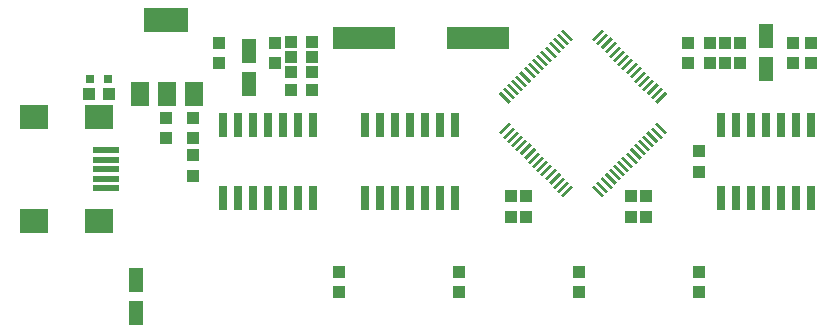
<source format=gtp>
G04 EAGLE Gerber RS-274X export*
G75*
%MOMM*%
%FSLAX34Y34*%
%LPD*%
%INTop Paste*%
%IPPOS*%
%AMOC8*
5,1,8,0,0,1.08239X$1,22.5*%
G01*
%ADD10R,1.080000X1.050000*%
%ADD11R,1.050000X1.080000*%
%ADD12R,2.400000X2.000000*%
%ADD13R,2.308000X0.500000*%
%ADD14R,1.000000X1.100000*%
%ADD15R,0.250000X1.200000*%
%ADD16R,1.200000X0.250000*%
%ADD17R,1.498600X2.006600*%
%ADD18R,3.810000X2.006600*%
%ADD19R,0.660400X2.032000*%
%ADD20R,5.334000X1.930400*%
%ADD21R,1.100000X1.000000*%
%ADD22R,1.200000X2.000000*%
%ADD23R,0.800000X0.800000*%


D10*
X165100Y189725D03*
X165100Y172225D03*
X615950Y235725D03*
X615950Y253225D03*
X603250Y235725D03*
X603250Y253225D03*
X536575Y123050D03*
X536575Y105550D03*
X434975Y123050D03*
X434975Y105550D03*
X447675Y123050D03*
X447675Y105550D03*
X549275Y123050D03*
X549275Y105550D03*
X673100Y235725D03*
X673100Y253225D03*
X142875Y189725D03*
X142875Y172225D03*
D11*
X265925Y228600D03*
X248425Y228600D03*
X265925Y241300D03*
X248425Y241300D03*
X265925Y254000D03*
X248425Y254000D03*
D10*
X628650Y235725D03*
X628650Y253225D03*
X234950Y235725D03*
X234950Y253225D03*
D12*
X85800Y190050D03*
D13*
X91440Y162050D03*
X91440Y154050D03*
X91440Y146050D03*
X91440Y138050D03*
X91440Y130050D03*
D12*
X30800Y190050D03*
X85800Y102050D03*
X30800Y102050D03*
D14*
X688975Y235975D03*
X688975Y252975D03*
X187325Y252975D03*
X187325Y235975D03*
D15*
G36*
X477093Y263147D02*
X478861Y264915D01*
X487345Y256431D01*
X485577Y254663D01*
X477093Y263147D01*
G37*
G36*
X473557Y259612D02*
X475325Y261380D01*
X483809Y252896D01*
X482041Y251128D01*
X473557Y259612D01*
G37*
G36*
X470021Y256076D02*
X471789Y257844D01*
X480273Y249360D01*
X478505Y247592D01*
X470021Y256076D01*
G37*
G36*
X466486Y252541D02*
X468254Y254309D01*
X476738Y245825D01*
X474970Y244057D01*
X466486Y252541D01*
G37*
G36*
X462950Y249005D02*
X464718Y250773D01*
X473202Y242289D01*
X471434Y240521D01*
X462950Y249005D01*
G37*
G36*
X459415Y245470D02*
X461183Y247238D01*
X469667Y238754D01*
X467899Y236986D01*
X459415Y245470D01*
G37*
G36*
X455879Y241934D02*
X457647Y243702D01*
X466131Y235218D01*
X464363Y233450D01*
X455879Y241934D01*
G37*
G36*
X452344Y238399D02*
X454112Y240167D01*
X462596Y231683D01*
X460828Y229915D01*
X452344Y238399D01*
G37*
G36*
X448808Y234863D02*
X450576Y236631D01*
X459060Y228147D01*
X457292Y226379D01*
X448808Y234863D01*
G37*
G36*
X445273Y231328D02*
X447041Y233096D01*
X455525Y224612D01*
X453757Y222844D01*
X445273Y231328D01*
G37*
G36*
X441737Y227792D02*
X443505Y229560D01*
X451989Y221076D01*
X450221Y219308D01*
X441737Y227792D01*
G37*
G36*
X438202Y224257D02*
X439970Y226025D01*
X448454Y217541D01*
X446686Y215773D01*
X438202Y224257D01*
G37*
G36*
X434666Y220721D02*
X436434Y222489D01*
X444918Y214005D01*
X443150Y212237D01*
X434666Y220721D01*
G37*
G36*
X431131Y217186D02*
X432899Y218954D01*
X441383Y210470D01*
X439615Y208702D01*
X431131Y217186D01*
G37*
G36*
X427595Y213650D02*
X429363Y215418D01*
X437847Y206934D01*
X436079Y205166D01*
X427595Y213650D01*
G37*
G36*
X424060Y210114D02*
X425828Y211882D01*
X434312Y203398D01*
X432544Y201630D01*
X424060Y210114D01*
G37*
D16*
G36*
X424060Y177236D02*
X432544Y185720D01*
X434312Y183952D01*
X425828Y175468D01*
X424060Y177236D01*
G37*
G36*
X427595Y173700D02*
X436079Y182184D01*
X437847Y180416D01*
X429363Y171932D01*
X427595Y173700D01*
G37*
G36*
X431131Y170164D02*
X439615Y178648D01*
X441383Y176880D01*
X432899Y168396D01*
X431131Y170164D01*
G37*
G36*
X434666Y166629D02*
X443150Y175113D01*
X444918Y173345D01*
X436434Y164861D01*
X434666Y166629D01*
G37*
G36*
X438202Y163093D02*
X446686Y171577D01*
X448454Y169809D01*
X439970Y161325D01*
X438202Y163093D01*
G37*
G36*
X441737Y159558D02*
X450221Y168042D01*
X451989Y166274D01*
X443505Y157790D01*
X441737Y159558D01*
G37*
G36*
X445273Y156022D02*
X453757Y164506D01*
X455525Y162738D01*
X447041Y154254D01*
X445273Y156022D01*
G37*
G36*
X448808Y152487D02*
X457292Y160971D01*
X459060Y159203D01*
X450576Y150719D01*
X448808Y152487D01*
G37*
G36*
X452344Y148951D02*
X460828Y157435D01*
X462596Y155667D01*
X454112Y147183D01*
X452344Y148951D01*
G37*
G36*
X455879Y145416D02*
X464363Y153900D01*
X466131Y152132D01*
X457647Y143648D01*
X455879Y145416D01*
G37*
G36*
X459415Y141880D02*
X467899Y150364D01*
X469667Y148596D01*
X461183Y140112D01*
X459415Y141880D01*
G37*
G36*
X462950Y138345D02*
X471434Y146829D01*
X473202Y145061D01*
X464718Y136577D01*
X462950Y138345D01*
G37*
G36*
X466486Y134809D02*
X474970Y143293D01*
X476738Y141525D01*
X468254Y133041D01*
X466486Y134809D01*
G37*
G36*
X470021Y131274D02*
X478505Y139758D01*
X480273Y137990D01*
X471789Y129506D01*
X470021Y131274D01*
G37*
G36*
X473557Y127738D02*
X482041Y136222D01*
X483809Y134454D01*
X475325Y125970D01*
X473557Y127738D01*
G37*
G36*
X477093Y124203D02*
X485577Y132687D01*
X487345Y130919D01*
X478861Y122435D01*
X477093Y124203D01*
G37*
D15*
G36*
X503255Y130919D02*
X505023Y132687D01*
X513507Y124203D01*
X511739Y122435D01*
X503255Y130919D01*
G37*
G36*
X506791Y134454D02*
X508559Y136222D01*
X517043Y127738D01*
X515275Y125970D01*
X506791Y134454D01*
G37*
G36*
X510327Y137990D02*
X512095Y139758D01*
X520579Y131274D01*
X518811Y129506D01*
X510327Y137990D01*
G37*
G36*
X513862Y141525D02*
X515630Y143293D01*
X524114Y134809D01*
X522346Y133041D01*
X513862Y141525D01*
G37*
G36*
X517398Y145061D02*
X519166Y146829D01*
X527650Y138345D01*
X525882Y136577D01*
X517398Y145061D01*
G37*
G36*
X520933Y148596D02*
X522701Y150364D01*
X531185Y141880D01*
X529417Y140112D01*
X520933Y148596D01*
G37*
G36*
X524469Y152132D02*
X526237Y153900D01*
X534721Y145416D01*
X532953Y143648D01*
X524469Y152132D01*
G37*
G36*
X528004Y155667D02*
X529772Y157435D01*
X538256Y148951D01*
X536488Y147183D01*
X528004Y155667D01*
G37*
G36*
X531540Y159203D02*
X533308Y160971D01*
X541792Y152487D01*
X540024Y150719D01*
X531540Y159203D01*
G37*
G36*
X535075Y162738D02*
X536843Y164506D01*
X545327Y156022D01*
X543559Y154254D01*
X535075Y162738D01*
G37*
G36*
X538611Y166274D02*
X540379Y168042D01*
X548863Y159558D01*
X547095Y157790D01*
X538611Y166274D01*
G37*
G36*
X542146Y169809D02*
X543914Y171577D01*
X552398Y163093D01*
X550630Y161325D01*
X542146Y169809D01*
G37*
G36*
X545682Y173345D02*
X547450Y175113D01*
X555934Y166629D01*
X554166Y164861D01*
X545682Y173345D01*
G37*
G36*
X549217Y176880D02*
X550985Y178648D01*
X559469Y170164D01*
X557701Y168396D01*
X549217Y176880D01*
G37*
G36*
X552753Y180416D02*
X554521Y182184D01*
X563005Y173700D01*
X561237Y171932D01*
X552753Y180416D01*
G37*
G36*
X556288Y183952D02*
X558056Y185720D01*
X566540Y177236D01*
X564772Y175468D01*
X556288Y183952D01*
G37*
D16*
G36*
X556288Y203398D02*
X564772Y211882D01*
X566540Y210114D01*
X558056Y201630D01*
X556288Y203398D01*
G37*
G36*
X552753Y206934D02*
X561237Y215418D01*
X563005Y213650D01*
X554521Y205166D01*
X552753Y206934D01*
G37*
G36*
X549217Y210470D02*
X557701Y218954D01*
X559469Y217186D01*
X550985Y208702D01*
X549217Y210470D01*
G37*
G36*
X545682Y214005D02*
X554166Y222489D01*
X555934Y220721D01*
X547450Y212237D01*
X545682Y214005D01*
G37*
G36*
X542146Y217541D02*
X550630Y226025D01*
X552398Y224257D01*
X543914Y215773D01*
X542146Y217541D01*
G37*
G36*
X538611Y221076D02*
X547095Y229560D01*
X548863Y227792D01*
X540379Y219308D01*
X538611Y221076D01*
G37*
G36*
X535075Y224612D02*
X543559Y233096D01*
X545327Y231328D01*
X536843Y222844D01*
X535075Y224612D01*
G37*
G36*
X531540Y228147D02*
X540024Y236631D01*
X541792Y234863D01*
X533308Y226379D01*
X531540Y228147D01*
G37*
G36*
X528004Y231683D02*
X536488Y240167D01*
X538256Y238399D01*
X529772Y229915D01*
X528004Y231683D01*
G37*
G36*
X524469Y235218D02*
X532953Y243702D01*
X534721Y241934D01*
X526237Y233450D01*
X524469Y235218D01*
G37*
G36*
X520933Y238754D02*
X529417Y247238D01*
X531185Y245470D01*
X522701Y236986D01*
X520933Y238754D01*
G37*
G36*
X517398Y242289D02*
X525882Y250773D01*
X527650Y249005D01*
X519166Y240521D01*
X517398Y242289D01*
G37*
G36*
X513862Y245825D02*
X522346Y254309D01*
X524114Y252541D01*
X515630Y244057D01*
X513862Y245825D01*
G37*
G36*
X510327Y249360D02*
X518811Y257844D01*
X520579Y256076D01*
X512095Y247592D01*
X510327Y249360D01*
G37*
G36*
X506791Y252896D02*
X515275Y261380D01*
X517043Y259612D01*
X508559Y251128D01*
X506791Y252896D01*
G37*
G36*
X503255Y256431D02*
X511739Y264915D01*
X513507Y263147D01*
X505023Y254663D01*
X503255Y256431D01*
G37*
D17*
X120269Y209804D03*
X143129Y209804D03*
X165989Y209804D03*
D18*
X142875Y272796D03*
D19*
X266700Y183134D03*
X266700Y121666D03*
X254000Y183134D03*
X241300Y183134D03*
X254000Y121666D03*
X241300Y121666D03*
X228600Y183134D03*
X228600Y121666D03*
X215900Y183134D03*
X203200Y183134D03*
X215900Y121666D03*
X203200Y121666D03*
X190500Y183134D03*
X190500Y121666D03*
X612775Y121666D03*
X612775Y183134D03*
X625475Y121666D03*
X638175Y121666D03*
X625475Y183134D03*
X638175Y183134D03*
X650875Y121666D03*
X650875Y183134D03*
X663575Y121666D03*
X676275Y121666D03*
X663575Y183134D03*
X676275Y183134D03*
X688975Y121666D03*
X688975Y183134D03*
X387350Y183134D03*
X387350Y121666D03*
X374650Y183134D03*
X361950Y183134D03*
X374650Y121666D03*
X361950Y121666D03*
X349250Y183134D03*
X349250Y121666D03*
X336550Y183134D03*
X323850Y183134D03*
X336550Y121666D03*
X323850Y121666D03*
X311150Y183134D03*
X311150Y121666D03*
D20*
X407035Y257175D03*
X310515Y257175D03*
D14*
X248675Y212725D03*
X265675Y212725D03*
D21*
X584200Y252975D03*
X584200Y235975D03*
X288925Y42300D03*
X288925Y59300D03*
X390525Y42300D03*
X390525Y59300D03*
X593725Y42300D03*
X593725Y59300D03*
X492125Y42300D03*
X492125Y59300D03*
D22*
X650875Y230475D03*
X650875Y258475D03*
X212725Y217775D03*
X212725Y245775D03*
X117475Y52100D03*
X117475Y24100D03*
D10*
X165100Y140475D03*
X165100Y157975D03*
X593725Y161150D03*
X593725Y143650D03*
D23*
X93225Y222250D03*
X78225Y222250D03*
D14*
X77225Y209550D03*
X94225Y209550D03*
M02*

</source>
